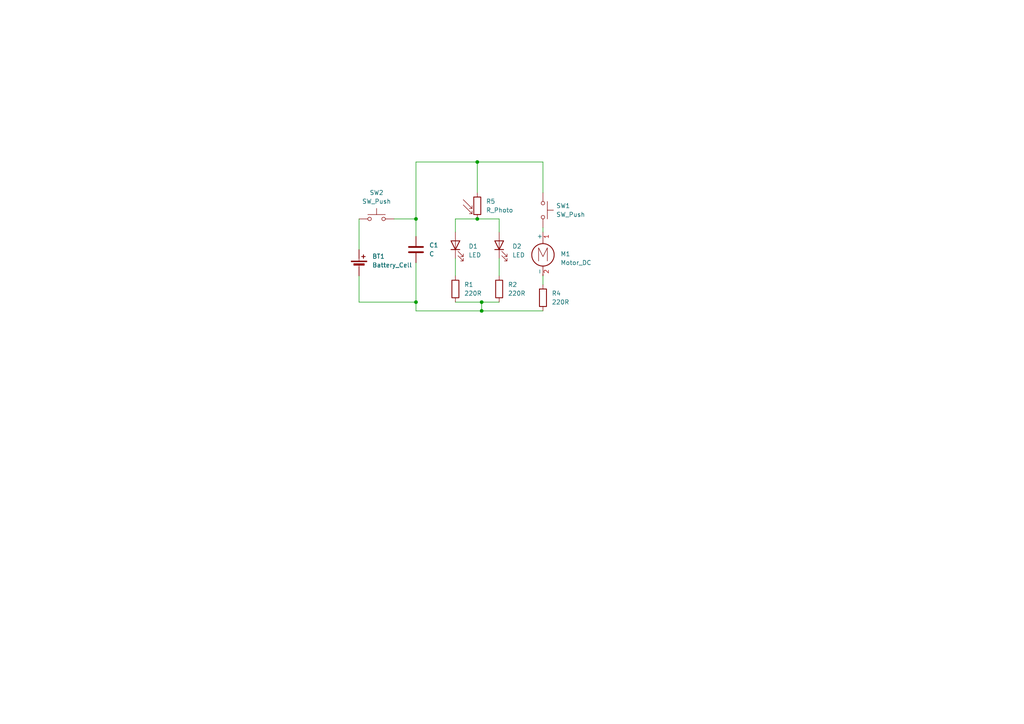
<source format=kicad_sch>
(kicad_sch (version 20250114) (generator "eeschema") (generator_version "9.0")
  (paper "A4")
  (lib_symbols
    (symbol "Device:Battery_Cell" (pin_numbers (hide yes)) (pin_names (offset 0) (hide yes))
      (property "Reference" "BT" (at 2.54 2.54 0))
      (property "Value" "Battery_Cell" (at 2.54 0 0))
      (symbol "Battery_Cell_0_1"
        (rectangle (start -2.286 1.778) (end 2.286 1.524) (fill (type outline)))
        (rectangle (start -1.524 1.016) (end 1.524 0.508) (fill (type outline)))
        (polyline (pts (xy 0 1.778) (xy 0 2.54)))
        (polyline (pts (xy 0 0.762) (xy 0 0)))
        (polyline (pts (xy 0.762 3.048) (xy 1.778 3.048)) (stroke (width 0.254)))
        (polyline (pts (xy 1.27 3.556) (xy 1.27 2.54)) (stroke (width 0.254)))
      )
      (symbol "Battery_Cell_1_1"
        (pin passive line (at 0 5.08 270) (length 2.54) (name "+") (number "1"))
        (pin passive line (at 0 -2.54 90) (length 2.54) (name "-") (number "2"))
      )
    )
    (symbol "Device:C" (pin_numbers (hide yes)) (pin_names (offset 0.254))
      (property "Reference" "C" (at 0.635 2.54 0))
      (property "Value" "C" (at 0.635 -2.54 0))
      (symbol "C_0_1"
        (polyline (pts (xy -2.032 0.762) (xy 2.032 0.762)) (stroke (width 0.508)))
        (polyline (pts (xy -2.032 -0.762) (xy 2.032 -0.762)) (stroke (width 0.508)))
      )
      (symbol "C_1_1"
        (pin passive line (at 0 3.81 270) (length 2.794) (name "~") (number "1"))
        (pin passive line (at 0 -3.81 90) (length 2.794) (name "~") (number "2"))
      )
    )
    (symbol "Device:LED" (pin_numbers (hide yes)) (pin_names (offset 1.016) (hide yes))
      (property "Reference" "D" (at 0 2.54 0))
      (property "Value" "LED" (at 0 -2.54 0))
      (symbol "LED_0_1"
        (polyline (pts (xy -3.048 -0.762) (xy -4.572 -2.286) (xy -3.81 -2.286) (xy -4.572 -2.286) (xy -4.572 -1.524)))
        (polyline (pts (xy -1.778 -0.762) (xy -3.302 -2.286) (xy -2.54 -2.286) (xy -3.302 -2.286) (xy -3.302 -1.524)))
        (polyline (pts (xy -1.27 0) (xy 1.27 0)))
        (polyline (pts (xy -1.27 -1.27) (xy -1.27 1.27)) (stroke (width 0.254)))
        (polyline (pts (xy 1.27 -1.27) (xy 1.27 1.27) (xy -1.27 0) (xy 1.27 -1.27)) (stroke (width 0.254)))
      )
      (symbol "LED_1_1"
        (pin passive line (at -3.81 0 0) (length 2.54) (name "K") (number "1"))
        (pin passive line (at 3.81 0 180) (length 2.54) (name "A") (number "2"))
      )
    )
    (symbol "Device:R" (pin_numbers (hide yes)) (pin_names (offset 0))
      (property "Reference" "R" (at 2.032 0 90))
      (property "Value" "R" (at 0 0 90))
      (symbol "R_0_1"
        (rectangle (start -1.016 -2.54) (end 1.016 2.54) (stroke (width 0.254)))
      )
      (symbol "R_1_1"
        (pin passive line (at 0 3.81 270) (length 1.27) (name "~") (number "1"))
        (pin passive line (at 0 -3.81 90) (length 1.27) (name "~") (number "2"))
      )
    )
    (symbol "Device:R_Photo" (pin_numbers (hide yes)) (pin_names (offset 0))
      (property "Reference" "R" (at 1.27 1.27 0))
      (property "Value" "R_Photo" (at 1.27 0 0))
      (symbol "R_Photo_0_1"
        (polyline (pts (xy -1.524 -0.762) (xy -4.064 1.778)))
        (polyline (pts (xy -1.524 -0.762) (xy -2.286 -0.762)))
        (polyline (pts (xy -1.524 -0.762) (xy -1.524 0)))
        (polyline (pts (xy -1.524 -2.286) (xy -4.064 0.254)))
        (polyline (pts (xy -1.524 -2.286) (xy -2.286 -2.286)))
        (polyline (pts (xy -1.524 -2.286) (xy -1.524 -1.524)))
        (rectangle (start -1.016 2.54) (end 1.016 -2.54) (stroke (width 0.254)))
      )
      (symbol "R_Photo_1_1"
        (pin passive line (at 0 3.81 270) (length 1.27) (name "~") (number "1"))
        (pin passive line (at 0 -3.81 90) (length 1.27) (name "~") (number "2"))
      )
    )
    (symbol "Motor:Motor_DC" (pin_names (offset 0))
      (property "Reference" "M" (at 2.54 2.54 0))
      (property "Value" "Motor_DC" (at 2.54 -5.08 0))
      (symbol "Motor_DC_0_0"
        (polyline (pts (xy -1.27 -3.302) (xy -1.27 0.508) (xy 0 -2.032) (xy 1.27 0.508) (xy 1.27 -3.302)))
      )
      (symbol "Motor_DC_0_1"
        (polyline (pts (xy 0 2.032) (xy 0 2.54)))
        (polyline (pts (xy 0 1.7272) (xy 0 2.0828)))
        (circle (center 0 -1.524) (radius 3.2512) (stroke (width 0.254)))
        (polyline (pts (xy 0 -4.7752) (xy 0 -5.1816)))
        (polyline (pts (xy 0 -7.62) (xy 0 -7.112)))
      )
      (symbol "Motor_DC_1_1"
        (pin passive line (at 0 5.08 270) (length 2.54) (name "+") (number "1"))
        (pin passive line (at 0 -7.62 90) (length 2.54) (name "-") (number "2"))
      )
    )
    (symbol "Switch:SW_Push" (pin_numbers (hide yes)) (pin_names (offset 1.016) (hide yes))
      (property "Reference" "SW" (at 1.27 2.54 0))
      (property "Value" "SW_Push" (at 0 -1.524 0))
      (symbol "SW_Push_0_1"
        (circle (center -2.032 0) (radius 0.508))
        (polyline (pts (xy 0 1.27) (xy 0 3.048)))
        (circle (center 2.032 0) (radius 0.508))
        (polyline (pts (xy 2.54 1.27) (xy -2.54 1.27)))
        (pin passive line (at -5.08 0 0) (length 2.54) (name "1") (number "1"))
        (pin passive line (at 5.08 0 180) (length 2.54) (name "2") (number "2"))
      )
    )
  )
  (junction (at 139.7 87.63))
  (junction (at 139.7 90.17))
  (junction (at 120.65 87.63))
  (junction (at 120.65 63.5))
  (junction (at 138.43 46.99))
  (junction (at 138.43 63.5))
  (wire (pts (xy 114.3 63.5) (xy 120.65 63.5)))
  (wire (pts (xy 144.78 74.93) (xy 144.78 80.01)))
  (wire (pts (xy 144.78 87.63) (xy 139.7 87.63)))
  (wire (pts (xy 120.65 76.2) (xy 120.65 87.63)))
  (wire (pts (xy 104.14 87.63) (xy 104.14 80.01)))
  (wire (pts (xy 120.65 46.99) (xy 138.43 46.99)))
  (wire (pts (xy 132.08 63.5) (xy 138.43 63.5)))
  (wire (pts (xy 132.08 63.5) (xy 132.08 67.31)))
  (wire (pts (xy 157.48 46.99) (xy 157.48 55.88)))
  (wire (pts (xy 138.43 46.99) (xy 157.48 46.99)))
  (wire (pts (xy 138.43 46.99) (xy 138.43 55.88)))
  (wire (pts (xy 157.48 80.01) (xy 157.48 82.55)))
  (wire (pts (xy 138.43 63.5) (xy 144.78 63.5)))
  (wire (pts (xy 139.7 87.63) (xy 132.08 87.63)))
  (wire (pts (xy 157.48 90.17) (xy 139.7 90.17)))
  (wire (pts (xy 104.14 72.39) (xy 104.14 63.5)))
  (wire (pts (xy 120.65 90.17) (xy 120.65 87.63)))
  (wire (pts (xy 157.48 66.04) (xy 157.48 67.31)))
  (wire (pts (xy 139.7 90.17) (xy 120.65 90.17)))
  (wire (pts (xy 120.65 63.5) (xy 120.65 46.99)))
  (wire (pts (xy 120.65 63.5) (xy 120.65 68.58)))
  (wire (pts (xy 132.08 74.93) (xy 132.08 80.01)))
  (wire (pts (xy 139.7 87.63) (xy 139.7 90.17)))
  (wire (pts (xy 144.78 63.5) (xy 144.78 67.31)))
  (wire (pts (xy 120.65 87.63) (xy 104.14 87.63)))
  (symbol (lib_id "Motor:Motor_DC") (at 157.48 72.39 0) (unit 1)
    (property "Reference" "M1" (at 162.56 73.6599 0) (effects (justify left)))
    (property "Value" "Motor_DC" (at 162.56 76.1999 0) (effects (justify left)))
    (property "Footprint" "Connector_PinHeader_2.54mm:PinHeader_1x02_P2.54mm_Vertical" (effects (hide yes)))
    (property "Description" "DC Motor" (effects (hide yes)))
  )
  (symbol (lib_id "Device:R") (at 144.78 83.82 0) (unit 1)
    (property "Reference" "R2" (at 147.32 82.5499 0) (effects (justify left)))
    (property "Value" "220R" (at 147.32 85.0899 0) (effects (justify left)))
    (property "Footprint" "Resistor_THT:R_Axial_DIN0207_L6.3mm_D2.5mm_P7.62mm_Horizontal" (effects (hide yes)))
    (property "Description" "Resistor" (effects (hide yes)))
  )
  (symbol (lib_id "Device:Battery_Cell") (at 104.14 77.47 0) (unit 1)
    (property "Reference" "BT1" (at 107.95 74.3584 0) (effects (justify left)))
    (property "Value" "Battery_Cell" (at 107.95 76.8984 0) (effects (justify left)))
    (property "Footprint" "Battery:BatteryHolder_Keystone_3034_1x20mm" (effects (hide yes)))
    (property "Description" "Single-cell battery" (effects (hide yes)))
  )
  (symbol (lib_id "Device:LED") (at 132.08 71.12 90) (unit 1)
    (property "Reference" "D1" (at 135.89 71.4374 90) (effects (justify right)))
    (property "Value" "LED" (at 135.89 73.9774 90) (effects (justify right)))
    (property "Footprint" "LED_THT:LED_D5.0mm" (effects (hide yes)))
    (property "Description" "Light emitting diode" (effects (hide yes)))
    (property "Sim.Pins" "1=K 2=A" (effects (hide yes)))
  )
  (symbol (lib_id "Device:LED") (at 144.78 71.12 90) (unit 1)
    (property "Reference" "D2" (at 148.59 71.4374 90) (effects (justify right)))
    (property "Value" "LED" (at 148.59 73.9774 90) (effects (justify right)))
    (property "Footprint" "LED_THT:LED_D5.0mm" (effects (hide yes)))
    (property "Description" "Light emitting diode" (effects (hide yes)))
    (property "Sim.Pins" "1=K 2=A" (effects (hide yes)))
  )
  (symbol (lib_id "Device:R_Photo") (at 138.43 59.69 0) (unit 1)
    (property "Reference" "R5" (at 140.97 58.4199 0) (effects (justify left)))
    (property "Value" "R_Photo" (at 140.97 60.9599 0) (effects (justify left)))
    (property "Footprint" "OptoDevice:R_LDR_5.1x4.3mm_P3.4mm_Vertical" (effects (hide yes)))
    (property "Description" "Photoresistor" (effects (hide yes)))
  )
  (symbol (lib_id "Device:R") (at 157.48 86.36 0) (unit 1)
    (property "Reference" "R4" (at 160.02 85.0899 0) (effects (justify left)))
    (property "Value" "220R" (at 160.02 87.6299 0) (effects (justify left)))
    (property "Footprint" "Resistor_THT:R_Axial_DIN0207_L6.3mm_D2.5mm_P7.62mm_Horizontal" (effects (hide yes)))
    (property "Description" "Resistor" (effects (hide yes)))
  )
  (symbol (lib_id "Switch:SW_Push") (at 157.48 60.96 270) (unit 1)
    (property "Reference" "SW1" (at 161.29 59.6899 90) (effects (justify left)))
    (property "Value" "SW_Push" (at 161.29 62.2299 90) (effects (justify left)))
    (property "Footprint" "Button_Switch_THT:SW_PUSH_6mm" (effects (hide yes)))
    (property "Description" "Push button switch, generic, two pins" (effects (hide yes)))
  )
  (symbol (lib_id "Switch:SW_Push") (at 109.22 63.5 0) (unit 1)
    (property "Reference" "SW2" (at 109.22 55.88 0))
    (property "Value" "SW_Push" (at 109.22 58.42 0))
    (property "Footprint" "Button_Switch_THT:SW_PUSH_6mm" (effects (hide yes)))
    (property "Description" "Push button switch, generic, two pins" (effects (hide yes)))
  )
  (symbol (lib_id "Device:R") (at 132.08 83.82 0) (unit 1)
    (property "Reference" "R1" (at 134.62 82.5499 0) (effects (justify left)))
    (property "Value" "220R" (at 134.62 85.0899 0) (effects (justify left)))
    (property "Footprint" "Resistor_THT:R_Axial_DIN0207_L6.3mm_D2.5mm_P7.62mm_Horizontal" (effects (hide yes)))
    (property "Description" "Resistor" (effects (hide yes)))
  )
  (symbol (lib_id "Device:C") (at 120.65 72.39 0) (unit 1)
    (property "Reference" "C1" (at 124.46 71.1199 0) (effects (justify left)))
    (property "Value" "C" (at 124.46 73.6599 0) (effects (justify left)))
    (property "Footprint" "Capacitor_THT:CP_Radial_D8.0mm_P5.00mm" (effects (hide yes)))
    (property "Description" "Unpolarized capacitor" (effects (hide yes)))
  )
)
</source>
